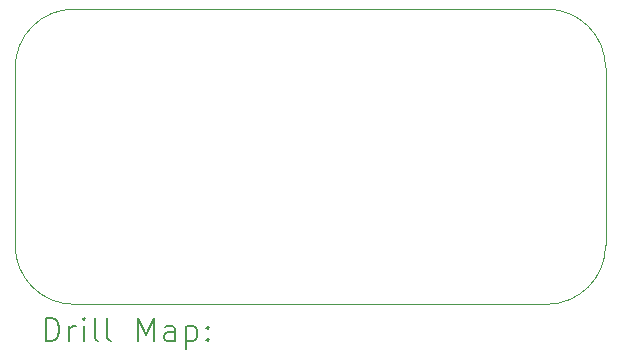
<source format=gbr>
%TF.GenerationSoftware,KiCad,Pcbnew,8.0.5*%
%TF.CreationDate,2024-10-10T11:52:41-04:00*%
%TF.ProjectId,dac,6461632e-6b69-4636-9164-5f7063625858,rev?*%
%TF.SameCoordinates,Original*%
%TF.FileFunction,Drillmap*%
%TF.FilePolarity,Positive*%
%FSLAX45Y45*%
G04 Gerber Fmt 4.5, Leading zero omitted, Abs format (unit mm)*
G04 Created by KiCad (PCBNEW 8.0.5) date 2024-10-10 11:52:41*
%MOMM*%
%LPD*%
G01*
G04 APERTURE LIST*
%ADD10C,0.050000*%
%ADD11C,0.200000*%
G04 APERTURE END LIST*
D10*
X6500000Y-8000000D02*
X6500000Y-9500000D01*
X7000000Y-10000000D02*
X11000000Y-10000000D01*
X7000000Y-10000000D02*
G75*
G02*
X6500000Y-9500000I0J500000D01*
G01*
X11500000Y-9500000D02*
G75*
G02*
X11000000Y-10000000I-500000J0D01*
G01*
X11000000Y-7500000D02*
G75*
G02*
X11500000Y-8000000I0J-500000D01*
G01*
X6500000Y-8000000D02*
G75*
G02*
X7000000Y-7500000I500000J0D01*
G01*
X11000000Y-7500000D02*
X7000000Y-7500000D01*
X11500000Y-9500000D02*
X11500000Y-8000000D01*
D11*
X6758277Y-10313984D02*
X6758277Y-10113984D01*
X6758277Y-10113984D02*
X6805896Y-10113984D01*
X6805896Y-10113984D02*
X6834467Y-10123508D01*
X6834467Y-10123508D02*
X6853515Y-10142555D01*
X6853515Y-10142555D02*
X6863039Y-10161603D01*
X6863039Y-10161603D02*
X6872562Y-10199698D01*
X6872562Y-10199698D02*
X6872562Y-10228270D01*
X6872562Y-10228270D02*
X6863039Y-10266365D01*
X6863039Y-10266365D02*
X6853515Y-10285412D01*
X6853515Y-10285412D02*
X6834467Y-10304460D01*
X6834467Y-10304460D02*
X6805896Y-10313984D01*
X6805896Y-10313984D02*
X6758277Y-10313984D01*
X6958277Y-10313984D02*
X6958277Y-10180650D01*
X6958277Y-10218746D02*
X6967801Y-10199698D01*
X6967801Y-10199698D02*
X6977324Y-10190174D01*
X6977324Y-10190174D02*
X6996372Y-10180650D01*
X6996372Y-10180650D02*
X7015420Y-10180650D01*
X7082086Y-10313984D02*
X7082086Y-10180650D01*
X7082086Y-10113984D02*
X7072562Y-10123508D01*
X7072562Y-10123508D02*
X7082086Y-10133031D01*
X7082086Y-10133031D02*
X7091610Y-10123508D01*
X7091610Y-10123508D02*
X7082086Y-10113984D01*
X7082086Y-10113984D02*
X7082086Y-10133031D01*
X7205896Y-10313984D02*
X7186848Y-10304460D01*
X7186848Y-10304460D02*
X7177324Y-10285412D01*
X7177324Y-10285412D02*
X7177324Y-10113984D01*
X7310658Y-10313984D02*
X7291610Y-10304460D01*
X7291610Y-10304460D02*
X7282086Y-10285412D01*
X7282086Y-10285412D02*
X7282086Y-10113984D01*
X7539229Y-10313984D02*
X7539229Y-10113984D01*
X7539229Y-10113984D02*
X7605896Y-10256841D01*
X7605896Y-10256841D02*
X7672562Y-10113984D01*
X7672562Y-10113984D02*
X7672562Y-10313984D01*
X7853515Y-10313984D02*
X7853515Y-10209222D01*
X7853515Y-10209222D02*
X7843991Y-10190174D01*
X7843991Y-10190174D02*
X7824943Y-10180650D01*
X7824943Y-10180650D02*
X7786848Y-10180650D01*
X7786848Y-10180650D02*
X7767801Y-10190174D01*
X7853515Y-10304460D02*
X7834467Y-10313984D01*
X7834467Y-10313984D02*
X7786848Y-10313984D01*
X7786848Y-10313984D02*
X7767801Y-10304460D01*
X7767801Y-10304460D02*
X7758277Y-10285412D01*
X7758277Y-10285412D02*
X7758277Y-10266365D01*
X7758277Y-10266365D02*
X7767801Y-10247317D01*
X7767801Y-10247317D02*
X7786848Y-10237793D01*
X7786848Y-10237793D02*
X7834467Y-10237793D01*
X7834467Y-10237793D02*
X7853515Y-10228270D01*
X7948753Y-10180650D02*
X7948753Y-10380650D01*
X7948753Y-10190174D02*
X7967801Y-10180650D01*
X7967801Y-10180650D02*
X8005896Y-10180650D01*
X8005896Y-10180650D02*
X8024943Y-10190174D01*
X8024943Y-10190174D02*
X8034467Y-10199698D01*
X8034467Y-10199698D02*
X8043991Y-10218746D01*
X8043991Y-10218746D02*
X8043991Y-10275889D01*
X8043991Y-10275889D02*
X8034467Y-10294936D01*
X8034467Y-10294936D02*
X8024943Y-10304460D01*
X8024943Y-10304460D02*
X8005896Y-10313984D01*
X8005896Y-10313984D02*
X7967801Y-10313984D01*
X7967801Y-10313984D02*
X7948753Y-10304460D01*
X8129705Y-10294936D02*
X8139229Y-10304460D01*
X8139229Y-10304460D02*
X8129705Y-10313984D01*
X8129705Y-10313984D02*
X8120182Y-10304460D01*
X8120182Y-10304460D02*
X8129705Y-10294936D01*
X8129705Y-10294936D02*
X8129705Y-10313984D01*
X8129705Y-10190174D02*
X8139229Y-10199698D01*
X8139229Y-10199698D02*
X8129705Y-10209222D01*
X8129705Y-10209222D02*
X8120182Y-10199698D01*
X8120182Y-10199698D02*
X8129705Y-10190174D01*
X8129705Y-10190174D02*
X8129705Y-10209222D01*
M02*

</source>
